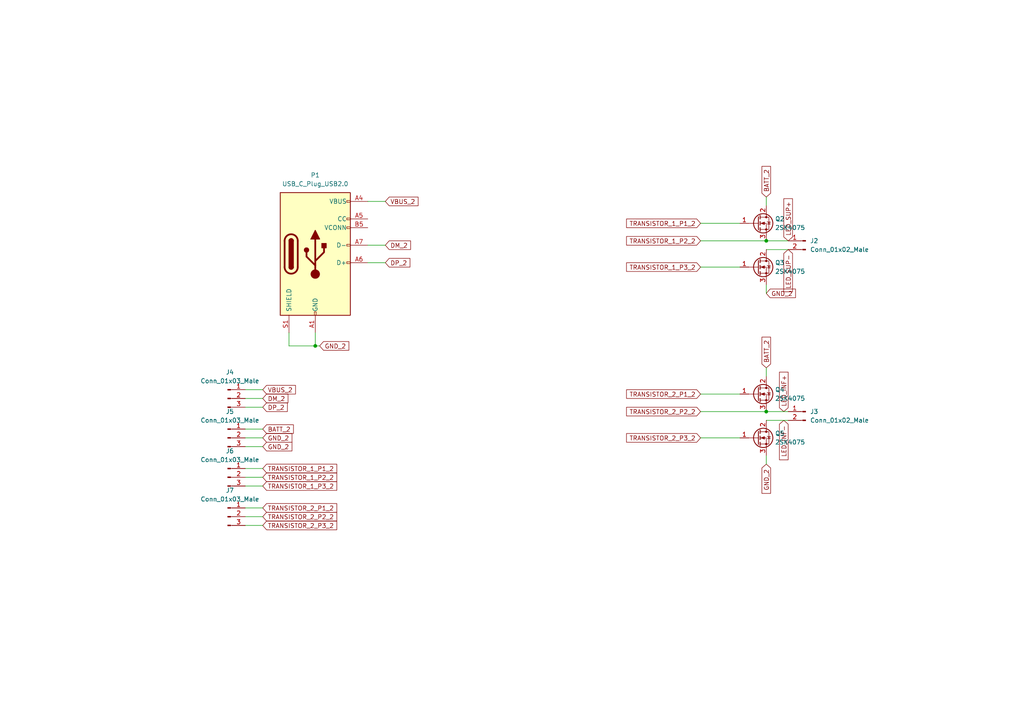
<source format=kicad_sch>
(kicad_sch (version 20211123) (generator eeschema)
  (paper "A4")
  (lib_symbols
    (symbol "Connector:Conn_01x02_Male" (pin_names (offset 1.016) hide)
      (property "Reference" "J" (at 0 2.54 0))
      (property "Value" "Conn_01x02_Male" (at 0 -5.08 0))
      (symbol "Conn_01x02_Male_1_1"
        (polyline (pts (xy 1.27 -2.54) (xy 0.8636 -2.54)) (stroke (width 0.1524)))
        (polyline (pts (xy 1.27 0) (xy 0.8636 0)) (stroke (width 0.1524)))
        (rectangle (start 0.8636 -2.413) (end 0 -2.667) (stroke (width 0.1524)) (fill (type outline)))
        (rectangle (start 0.8636 0.127) (end 0 -0.127) (stroke (width 0.1524)) (fill (type outline)))
        (pin passive line (at 5.08 0 180) (length 3.81) (name "Pin_1") (number "1"))
        (pin passive line (at 5.08 -2.54 180) (length 3.81) (name "Pin_2") (number "2"))
      )
    )
    (symbol "Connector:Conn_01x03_Male" (pin_names (offset 1.016) hide)
      (property "Reference" "J" (at 0 5.08 0))
      (property "Value" "Conn_01x03_Male" (at 0 -5.08 0))
      (symbol "Conn_01x03_Male_1_1"
        (polyline (pts (xy 1.27 -2.54) (xy 0.8636 -2.54)) (stroke (width 0.1524)))
        (polyline (pts (xy 1.27 0) (xy 0.8636 0)) (stroke (width 0.1524)))
        (polyline (pts (xy 1.27 2.54) (xy 0.8636 2.54)) (stroke (width 0.1524)))
        (rectangle (start 0.8636 -2.413) (end 0 -2.667) (stroke (width 0.1524)) (fill (type outline)))
        (rectangle (start 0.8636 0.127) (end 0 -0.127) (stroke (width 0.1524)) (fill (type outline)))
        (rectangle (start 0.8636 2.667) (end 0 2.413) (stroke (width 0.1524)) (fill (type outline)))
        (pin passive line (at 5.08 2.54 180) (length 3.81) (name "Pin_1") (number "1"))
        (pin passive line (at 5.08 0 180) (length 3.81) (name "Pin_2") (number "2"))
        (pin passive line (at 5.08 -2.54 180) (length 3.81) (name "Pin_3") (number "3"))
      )
    )
    (symbol "Connector:USB_C_Plug_USB2.0" (pin_names (offset 1.016))
      (property "Reference" "P" (at -10.16 19.05 0))
      (property "Value" "USB_C_Plug_USB2.0" (at 12.7 19.05 0))
      (symbol "USB_C_Plug_USB2.0_0_0"
        (rectangle (start -0.254 -17.78) (end 0.254 -16.764))
        (rectangle (start 10.16 -2.286) (end 9.144 -2.794))
        (rectangle (start 10.16 2.794) (end 9.144 2.286))
        (rectangle (start 10.16 7.874) (end 9.144 7.366))
        (rectangle (start 10.16 10.414) (end 9.144 9.906))
        (rectangle (start 10.16 15.494) (end 9.144 14.986))
      )
      (symbol "USB_C_Plug_USB2.0_0_1"
        (rectangle (start -10.16 17.78) (end 10.16 -17.78) (stroke (width 0.254)) (fill (type background)))
        (arc (start -8.89 -3.81) (mid -6.985 -5.715) (end -5.08 -3.81) (stroke (width 0.508)))
        (arc (start -7.62 -3.81) (mid -6.985 -4.445) (end -6.35 -3.81) (stroke (width 0.254)))
        (arc (start -7.62 -3.81) (mid -6.985 -4.445) (end -6.35 -3.81) (stroke (width 0.254)) (fill (type outline)))
        (rectangle (start -7.62 -3.81) (end -6.35 3.81) (stroke (width 0.254)) (fill (type outline)))
        (arc (start -6.35 3.81) (mid -6.985 4.445) (end -7.62 3.81) (stroke (width 0.254)))
        (arc (start -6.35 3.81) (mid -6.985 4.445) (end -7.62 3.81) (stroke (width 0.254)) (fill (type outline)))
        (arc (start -5.08 3.81) (mid -6.985 5.715) (end -8.89 3.81) (stroke (width 0.508)))
        (circle (center -2.54 1.143) (radius 0.635) (stroke (width 0.254)) (fill (type outline)))
        (circle (center 0 -5.842) (radius 1.27) (fill (type outline)))
        (polyline (pts (xy -8.89 -3.81) (xy -8.89 3.81)) (stroke (width 0.508)))
        (polyline (pts (xy -5.08 3.81) (xy -5.08 -3.81)) (stroke (width 0.508)))
        (polyline (pts (xy 0 -5.842) (xy 0 4.318)) (stroke (width 0.508)))
        (polyline (pts (xy 0 -3.302) (xy -2.54 -0.762) (xy -2.54 0.508)) (stroke (width 0.508)))
        (polyline (pts (xy 0 -2.032) (xy 2.54 0.508) (xy 2.54 1.778)) (stroke (width 0.508)))
        (polyline (pts (xy -1.27 4.318) (xy 0 6.858) (xy 1.27 4.318) (xy -1.27 4.318)) (stroke (width 0.254)) (fill (type outline)))
        (rectangle (start 1.905 1.778) (end 3.175 3.048) (stroke (width 0.254)) (fill (type outline)))
      )
      (symbol "USB_C_Plug_USB2.0_1_1"
        (pin passive line (at 0 -22.86 90) (length 5.08) (name "GND") (number "A1"))
        (pin passive line (at 0 -22.86 90) (length 5.08) hide (name "GND") (number "A12"))
        (pin passive line (at 15.24 15.24 180) (length 5.08) (name "VBUS") (number "A4"))
        (pin bidirectional line (at 15.24 10.16 180) (length 5.08) (name "CC") (number "A5"))
        (pin bidirectional line (at 15.24 -2.54 180) (length 5.08) (name "D+") (number "A6"))
        (pin bidirectional line (at 15.24 2.54 180) (length 5.08) (name "D-") (number "A7"))
        (pin passive line (at 15.24 15.24 180) (length 5.08) hide (name "VBUS") (number "A9"))
        (pin passive line (at 0 -22.86 90) (length 5.08) hide (name "GND") (number "B1"))
        (pin passive line (at 0 -22.86 90) (length 5.08) hide (name "GND") (number "B12"))
        (pin passive line (at 15.24 15.24 180) (length 5.08) hide (name "VBUS") (number "B4"))
        (pin bidirectional line (at 15.24 7.62 180) (length 5.08) (name "VCONN") (number "B5"))
        (pin passive line (at 15.24 15.24 180) (length 5.08) hide (name "VBUS") (number "B9"))
        (pin passive line (at -7.62 -22.86 90) (length 5.08) (name "SHIELD") (number "S1"))
      )
    )
    (symbol "Transistor_FET:2SK4075" (pin_names hide)
      (property "Reference" "Q" (at 6.35 1.905 0))
      (property "Value" "2SK4075" (at 6.35 0 0))
      (symbol "2SK4075_0_1"
        (polyline (pts (xy 0.254 0) (xy -2.54 0)))
        (polyline (pts (xy 0.254 1.905) (xy 0.254 -1.905)) (stroke (width 0.254)))
        (polyline (pts (xy 0.762 -1.27) (xy 0.762 -2.286)) (stroke (width 0.254)))
        (polyline (pts (xy 0.762 0.508) (xy 0.762 -0.508)) (stroke (width 0.254)))
        (polyline (pts (xy 0.762 2.286) (xy 0.762 1.27)) (stroke (width 0.254)))
        (polyline (pts (xy 2.54 2.54) (xy 2.54 1.778)))
        (polyline (pts (xy 2.54 -2.54) (xy 2.54 0) (xy 0.762 0)))
        (polyline (pts (xy 0.762 -1.778) (xy 3.302 -1.778) (xy 3.302 1.778) (xy 0.762 1.778)))
        (polyline (pts (xy 1.016 0) (xy 2.032 0.381) (xy 2.032 -0.381) (xy 1.016 0)) (fill (type outline)))
        (polyline (pts (xy 2.794 0.508) (xy 2.921 0.381) (xy 3.683 0.381) (xy 3.81 0.254)))
        (polyline (pts (xy 3.302 0.381) (xy 2.921 -0.254) (xy 3.683 -0.254) (xy 3.302 0.381)))
        (circle (center 1.651 0) (radius 2.794) (stroke (width 0.254)))
        (circle (center 2.54 -1.778) (radius 0.254) (fill (type outline)))
        (circle (center 2.54 1.778) (radius 0.254) (fill (type outline)))
      )
      (symbol "2SK4075_1_1"
        (pin input line (at -5.08 0 0) (length 2.54) (name "G") (number "1"))
        (pin passive line (at 2.54 5.08 270) (length 2.54) (name "D") (number "2"))
        (pin passive line (at 2.54 -5.08 90) (length 2.54) (name "S") (number "3"))
      )
    )
  )
  (junction (at 222.25 69.85))
  (junction (at 222.25 119.38))
  (junction (at 91.44 100.33))
  (wire (pts (xy 76.2 113.03) (xy 71.12 113.03)))
  (wire (pts (xy 203.2 77.47) (xy 214.63 77.47)))
  (wire (pts (xy 83.82 100.33) (xy 91.44 100.33)))
  (wire (pts (xy 106.68 76.2) (xy 111.76 76.2)))
  (wire (pts (xy 228.6 69.85) (xy 222.25 69.85)))
  (wire (pts (xy 222.25 57.15) (xy 222.25 59.69)))
  (wire (pts (xy 106.68 71.12) (xy 111.76 71.12)))
  (wire (pts (xy 76.2 147.32) (xy 71.12 147.32)))
  (wire (pts (xy 222.25 106.68) (xy 222.25 109.22)))
  (wire (pts (xy 203.2 119.38) (xy 222.25 119.38)))
  (wire (pts (xy 76.2 138.43) (xy 71.12 138.43)))
  (wire (pts (xy 76.2 135.89) (xy 71.12 135.89)))
  (wire (pts (xy 222.25 132.08) (xy 222.25 134.62)))
  (wire (pts (xy 228.6 119.38) (xy 222.25 119.38)))
  (wire (pts (xy 91.44 100.33) (xy 92.71 100.33)))
  (wire (pts (xy 76.2 140.97) (xy 71.12 140.97)))
  (wire (pts (xy 91.44 96.52) (xy 91.44 100.33)))
  (wire (pts (xy 111.76 58.42) (xy 106.68 58.42)))
  (wire (pts (xy 76.2 149.86) (xy 71.12 149.86)))
  (wire (pts (xy 203.2 127) (xy 214.63 127)))
  (wire (pts (xy 71.12 124.46) (xy 76.2 124.46)))
  (wire (pts (xy 76.2 152.4) (xy 71.12 152.4)))
  (wire (pts (xy 71.12 118.11) (xy 76.2 118.11)))
  (wire (pts (xy 71.12 115.57) (xy 76.2 115.57)))
  (wire (pts (xy 203.2 64.77) (xy 214.63 64.77)))
  (wire (pts (xy 203.2 114.3) (xy 214.63 114.3)))
  (wire (pts (xy 83.82 96.52) (xy 83.82 100.33)))
  (wire (pts (xy 71.12 129.54) (xy 76.2 129.54)))
  (wire (pts (xy 222.25 82.55) (xy 222.25 85.09)))
  (wire (pts (xy 222.25 121.92) (xy 228.6 121.92)))
  (wire (pts (xy 203.2 69.85) (xy 222.25 69.85)))
  (wire (pts (xy 71.12 127) (xy 76.2 127)))
  (wire (pts (xy 222.25 72.39) (xy 228.6 72.39)))
  (global_label "GND_2" (shape input) (at 222.25 134.62 270) (property "Intersheet References" "${INTERSHEET_REFS}" (effects hide)))
  (global_label "DM_2" (shape input) (at 111.76 71.12 0) (property "Intersheet References" "${INTERSHEET_REFS}" (effects hide)))
  (global_label "BATT_2" (shape input) (at 222.25 106.68 90) (property "Intersheet References" "${INTERSHEET_REFS}" (effects hide)))
  (global_label "DP_2" (shape input) (at 111.76 76.2 0) (property "Intersheet References" "${INTERSHEET_REFS}" (effects hide)))
  (global_label "TRANSISTOR_2_P1_2" (shape input) (at 203.2 114.3 180) (property "Intersheet References" "${INTERSHEET_REFS}" (effects hide)))
  (global_label "GND_2" (shape input) (at 76.2 129.54 0) (property "Intersheet References" "${INTERSHEET_REFS}" (effects hide)))
  (global_label "LED_SUP-" (shape input) (at 228.6 72.39 270) (property "Intersheet References" "${INTERSHEET_REFS}" (effects hide)))
  (global_label "DP_2" (shape input) (at 76.2 118.11 0) (property "Intersheet References" "${INTERSHEET_REFS}" (effects hide)))
  (global_label "LED_INF+" (shape input) (at 227.33 119.38 90) (property "Intersheet References" "${INTERSHEET_REFS}" (effects hide)))
  (global_label "BATT_2" (shape input) (at 76.2 124.46 0) (property "Intersheet References" "${INTERSHEET_REFS}" (effects hide)))
  (global_label "LED_INF-" (shape input) (at 227.33 121.92 270) (property "Intersheet References" "${INTERSHEET_REFS}" (effects hide)))
  (global_label "TRANSISTOR_2_P3_2" (shape input) (at 203.2 127 180) (property "Intersheet References" "${INTERSHEET_REFS}" (effects hide)))
  (global_label "TRANSISTOR_2_P2_2" (shape input) (at 203.2 119.38 180) (property "Intersheet References" "${INTERSHEET_REFS}" (effects hide)))
  (global_label "LED_SUP+" (shape input) (at 228.6 69.85 90) (property "Intersheet References" "${INTERSHEET_REFS}" (effects hide)))
  (global_label "BATT_2" (shape input) (at 222.25 57.15 90) (property "Intersheet References" "${INTERSHEET_REFS}" (effects hide)))
  (global_label "DM_2" (shape input) (at 76.2 115.57 0) (property "Intersheet References" "${INTERSHEET_REFS}" (effects hide)))
  (global_label "TRANSISTOR_1_P2_2" (shape input) (at 203.2 69.85 180) (property "Intersheet References" "${INTERSHEET_REFS}" (effects hide)))
  (global_label "TRANSISTOR_2_P1_2" (shape input) (at 76.2 147.32 0) (property "Intersheet References" "${INTERSHEET_REFS}" (effects hide)))
  (global_label "VBUS_2" (shape input) (at 111.76 58.42 0) (property "Intersheet References" "${INTERSHEET_REFS}" (effects hide)))
  (global_label "TRANSISTOR_1_P3_2" (shape input) (at 76.2 140.97 0) (property "Intersheet References" "${INTERSHEET_REFS}" (effects hide)))
  (global_label "GND_2" (shape input) (at 76.2 127 0) (property "Intersheet References" "${INTERSHEET_REFS}" (effects hide)))
  (global_label "GND_2" (shape input) (at 92.71 100.33 0) (property "Intersheet References" "${INTERSHEET_REFS}" (effects hide)))
  (global_label "TRANSISTOR_2_P3_2" (shape input) (at 76.2 152.4 0) (property "Intersheet References" "${INTERSHEET_REFS}" (effects hide)))
  (global_label "TRANSISTOR_2_P2_2" (shape input) (at 76.2 149.86 0) (property "Intersheet References" "${INTERSHEET_REFS}" (effects hide)))
  (global_label "TRANSISTOR_1_P1_2" (shape input) (at 203.2 64.77 180) (property "Intersheet References" "${INTERSHEET_REFS}" (effects hide)))
  (global_label "TRANSISTOR_1_P1_2" (shape input) (at 76.2 135.89 0) (property "Intersheet References" "${INTERSHEET_REFS}" (effects hide)))
  (global_label "GND_2" (shape input) (at 222.25 85.09 0) (property "Intersheet References" "${INTERSHEET_REFS}" (effects hide)))
  (global_label "TRANSISTOR_1_P2_2" (shape input) (at 76.2 138.43 0) (property "Intersheet References" "${INTERSHEET_REFS}" (effects hide)))
  (global_label "VBUS_2" (shape input) (at 76.2 113.03 0) (property "Intersheet References" "${INTERSHEET_REFS}" (effects hide)))
  (global_label "TRANSISTOR_1_P3_2" (shape input) (at 203.2 77.47 180) (property "Intersheet References" "${INTERSHEET_REFS}" (effects hide)))
  (symbol (lib_id "Connector:Conn_01x03_Male") (at 66.04 149.86 0) (unit 1)
    (property "Reference" "J7" (at 66.675 142.24 0))
    (property "Value" "Conn_01x03_Male" (at 66.675 144.78 0))
    (property "Footprint" "Connector:3pin 90 pcb solder" (effects hide))
  )
  (symbol (lib_id "Connector:Conn_01x02_Male") (at 233.68 69.85 0) (mirror y) (unit 1)
    (property "Reference" "J2" (at 234.95 69.8499 0) (effects (justify right)))
    (property "Value" "Conn_01x02_Male" (at 234.95 72.3899 0) (effects (justify right)))
    (property "Footprint" "Connector:SMD_BAT" (effects hide))
  )
  (symbol (lib_id "Connector:Conn_01x03_Male") (at 66.04 127 0) (unit 1)
    (property "Reference" "J5" (at 66.675 119.38 0))
    (property "Value" "Conn_01x03_Male" (at 66.675 121.92 0))
    (property "Footprint" "Connector:3pin 90 pcb solder" (effects hide))
  )
  (symbol (lib_id "Transistor_FET:2SK4075") (at 219.71 114.3 0) (unit 1)
    (property "Reference" "Q4" (at 224.79 113.03 0) (effects (justify left)))
    (property "Value" "2SK4075" (at 224.79 115.57 0) (effects (justify left)))
    (property "Footprint" "Package_TO_SOT_SMD:TO-252-2" (effects hide))
    (property "Datasheet" "http://dalincom.ru/datasheet/2SK4075.pdf" (effects hide))
  )
  (symbol (lib_id "Connector:USB_C_Plug_USB2.0") (at 91.44 73.66 0) (unit 1)
    (property "Reference" "P1" (at 91.44 50.8 0))
    (property "Value" "USB_C_Plug_USB2.0" (at 91.44 53.34 0))
    (property "Footprint" "Connector_USB:USB_C_Receptacle_HRO_TYPE-C-31-M-12" (effects hide))
    (property "Datasheet" "https://www.usb.org/sites/default/files/documents/usb_type-c.zip" (effects hide))
  )
  (symbol (lib_id "Connector:Conn_01x03_Male") (at 66.04 115.57 0) (unit 1)
    (property "Reference" "J4" (at 66.675 107.95 0))
    (property "Value" "Conn_01x03_Male" (at 66.675 110.49 0))
    (property "Footprint" "Connector:3pin 90 pcb solder" (effects hide))
  )
  (symbol (lib_id "Transistor_FET:2SK4075") (at 219.71 77.47 0) (unit 1)
    (property "Reference" "Q3" (at 224.79 76.2 0) (effects (justify left)))
    (property "Value" "2SK4075" (at 224.79 78.74 0) (effects (justify left)))
    (property "Footprint" "Package_TO_SOT_SMD:TO-252-2" (effects hide))
    (property "Datasheet" "http://dalincom.ru/datasheet/2SK4075.pdf" (effects hide))
  )
  (symbol (lib_id "Transistor_FET:2SK4075") (at 219.71 127 0) (unit 1)
    (property "Reference" "Q5" (at 224.79 125.73 0) (effects (justify left)))
    (property "Value" "2SK4075" (at 224.79 128.27 0) (effects (justify left)))
    (property "Footprint" "Package_TO_SOT_SMD:TO-252-2" (effects hide))
    (property "Datasheet" "http://dalincom.ru/datasheet/2SK4075.pdf" (effects hide))
  )
  (symbol (lib_id "Connector:Conn_01x03_Male") (at 66.04 138.43 0) (unit 1)
    (property "Reference" "J6" (at 66.675 130.81 0))
    (property "Value" "Conn_01x03_Male" (at 66.675 133.35 0))
    (property "Footprint" "Connector:3pin 90 pcb solder" (effects hide))
  )
  (symbol (lib_id "Connector:Conn_01x02_Male") (at 233.68 119.38 0) (mirror y) (unit 1)
    (property "Reference" "J3" (at 234.95 119.3799 0) (effects (justify right)))
    (property "Value" "Conn_01x02_Male" (at 234.95 121.9199 0) (effects (justify right)))
    (property "Footprint" "Connector:SMD_BAT" (effects hide))
  )
  (symbol (lib_id "Transistor_FET:2SK4075") (at 219.71 64.77 0) (unit 1)
    (property "Reference" "Q2" (at 224.79 63.5 0) (effects (justify left)))
    (property "Value" "2SK4075" (at 224.79 66.04 0) (effects (justify left)))
    (property "Footprint" "Package_TO_SOT_SMD:TO-252-2" (effects hide))
    (property "Datasheet" "http://dalincom.ru/datasheet/2SK4075.pdf" (effects hide))
  )
)
</source>
